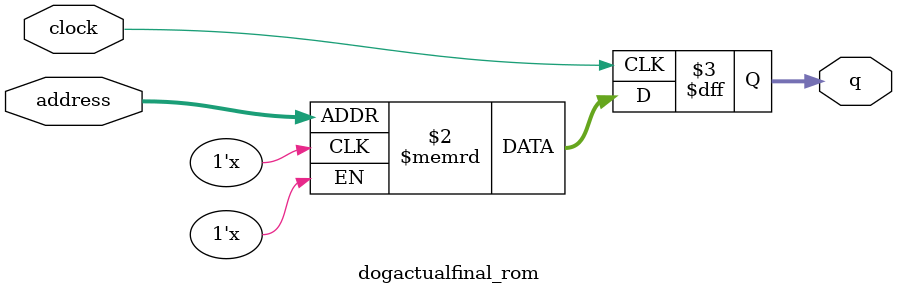
<source format=sv>
module dogactualfinal_rom (
	input logic clock,
	input logic [12:0] address,
	output logic [2:0] q
);

logic [2:0] memory [0:4999] /* synthesis ram_init_file = "./dogactualfinal/dogactualfinal.mif" */;

always_ff @ (posedge clock) begin
	q <= memory[address];
end

endmodule

</source>
